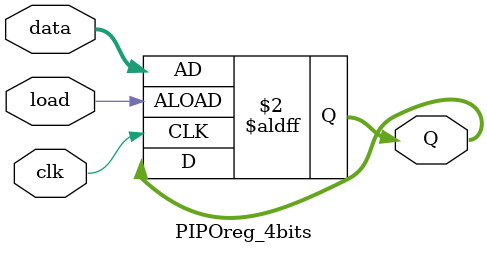
<source format=v>
module PIPOreg_4bits (
    input wire clk, load,
    input wire [3:0] data,
    output reg [3:0] Q
);

//Internal variable declaration

//Implementacion usada en la que se resuelve todo en un solo modulo sin hacer instancia de otros modulos.
//Body
always @(posedge clk, posedge load) begin
    if (load) begin
        Q[3] = data[3];
        Q[2] = data[2];
        Q[1] = data[1];
        Q[0] = data[0];
    end
    else begin
        Q[3] = Q[3];
        Q[2] = Q[2];
        Q[1] = Q[1];
        Q[0] = Q[0];
    end
end

endmodule
</source>
